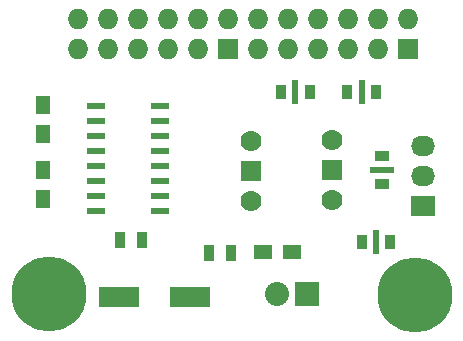
<source format=gts>
%FSLAX46Y46*%
G04 Gerber Fmt 4.6, Leading zero omitted, Abs format (unit mm)*
G04 Created by KiCad (PCBNEW (2014-10-27 BZR 5228)-product) date 02/04/2015 10:02:40*
%MOMM*%
G01*
G04 APERTURE LIST*
%ADD10C,0.100000*%
%ADD11R,3.500120X1.800860*%
%ADD12R,0.889000X1.397000*%
%ADD13R,1.250000X1.500000*%
%ADD14R,1.500000X1.250000*%
%ADD15R,1.249680X0.899160*%
%ADD16R,1.998980X0.500380*%
%ADD17R,0.899160X1.249680*%
%ADD18R,0.500380X1.998980*%
%ADD19R,2.032000X2.032000*%
%ADD20O,2.032000X2.032000*%
%ADD21R,2.032000X1.727200*%
%ADD22O,2.032000X1.727200*%
%ADD23R,1.500000X0.600000*%
%ADD24R,1.727200X1.727200*%
%ADD25O,1.727200X1.727200*%
%ADD26C,1.778000*%
%ADD27R,1.778000X1.778000*%
%ADD28C,6.350000*%
G04 APERTURE END LIST*
D10*
D11*
X134500260Y-125800000D03*
X140499740Y-125800000D03*
D12*
X142047500Y-122100000D03*
X143952500Y-122100000D03*
X136452500Y-121000000D03*
X134547500Y-121000000D03*
D13*
X128000000Y-115050000D03*
X128000000Y-117550000D03*
X128000000Y-112050000D03*
X128000000Y-109550000D03*
D14*
X146650000Y-122000000D03*
X149150000Y-122000000D03*
D15*
X156700000Y-116298880D03*
X156700000Y-113901120D03*
D16*
X156700000Y-115100000D03*
D17*
X148201120Y-108500000D03*
X150598880Y-108500000D03*
D18*
X149400000Y-108500000D03*
D17*
X155001120Y-121200000D03*
X157398880Y-121200000D03*
D18*
X156200000Y-121200000D03*
D17*
X153801120Y-108500000D03*
X156198880Y-108500000D03*
D18*
X155000000Y-108500000D03*
D19*
X150400000Y-125600000D03*
D20*
X147860000Y-125600000D03*
D21*
X160200000Y-118100000D03*
D22*
X160200000Y-115560000D03*
X160200000Y-113020000D03*
D23*
X132500000Y-109655000D03*
X132500000Y-110925000D03*
X132500000Y-112195000D03*
X132500000Y-113465000D03*
X132500000Y-114735000D03*
X132500000Y-116005000D03*
X132500000Y-117275000D03*
X132500000Y-118545000D03*
X137900000Y-118545000D03*
X137900000Y-117275000D03*
X137900000Y-116005000D03*
X137900000Y-114735000D03*
X137900000Y-113465000D03*
X137900000Y-112195000D03*
X137900000Y-110925000D03*
X137900000Y-109655000D03*
D24*
X143700000Y-104800000D03*
D25*
X143700000Y-102260000D03*
X141160000Y-104800000D03*
X141160000Y-102260000D03*
X138620000Y-104800000D03*
X138620000Y-102260000D03*
X136080000Y-104800000D03*
X136080000Y-102260000D03*
X133540000Y-104800000D03*
X133540000Y-102260000D03*
X131000000Y-104800000D03*
X131000000Y-102260000D03*
D24*
X158900000Y-104800000D03*
D25*
X158900000Y-102260000D03*
X156360000Y-104800000D03*
X156360000Y-102260000D03*
X153820000Y-104800000D03*
X153820000Y-102260000D03*
X151280000Y-104800000D03*
X151280000Y-102260000D03*
X148740000Y-104800000D03*
X148740000Y-102260000D03*
X146200000Y-104800000D03*
X146200000Y-102260000D03*
D26*
X152500000Y-117640000D03*
D27*
X152500000Y-115100000D03*
D26*
X152500000Y-112560000D03*
X145600000Y-117740000D03*
D27*
X145600000Y-115200000D03*
D26*
X145600000Y-112660000D03*
D28*
X159500000Y-125700000D03*
X128500000Y-125600000D03*
M02*

</source>
